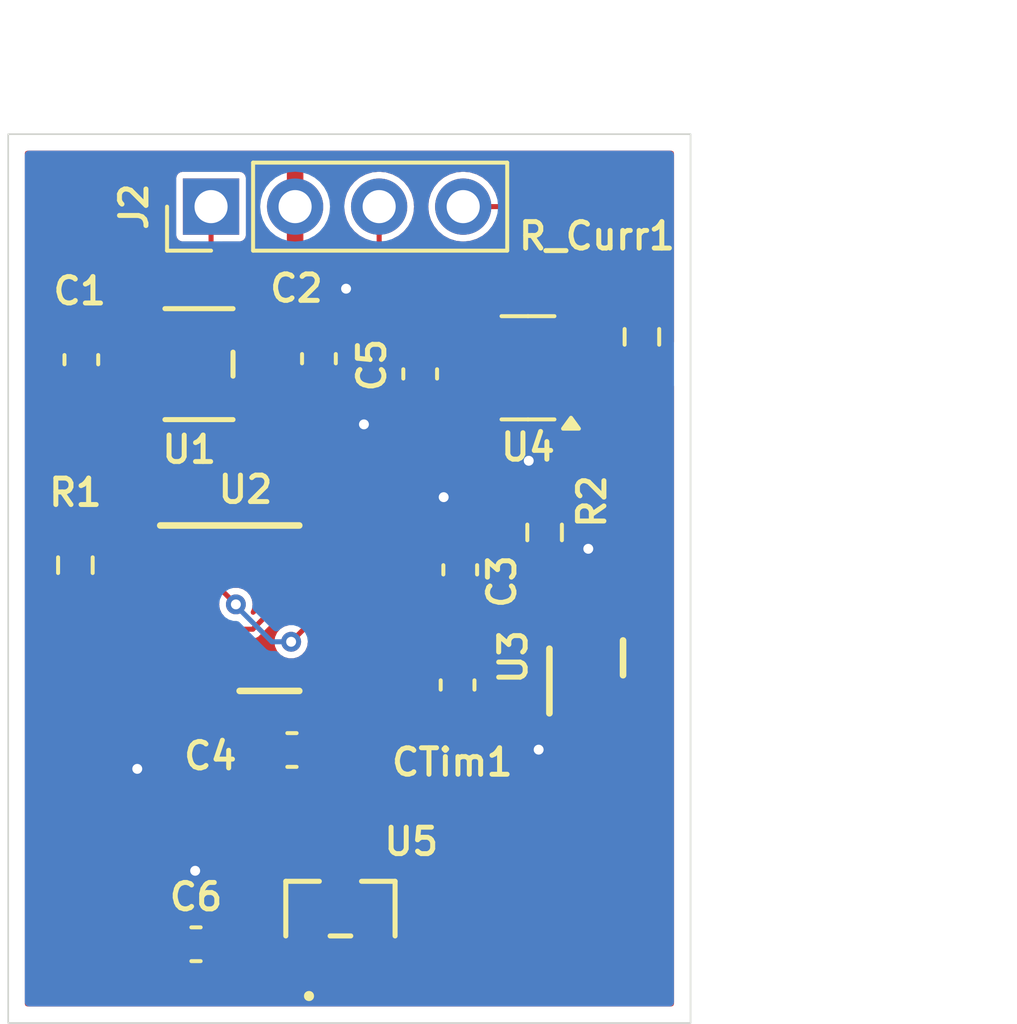
<source format=kicad_pcb>
(kicad_pcb (version 20240108) (generator "pcbnew") (generator_version "8.0")
  (layers (0 "F.Cu" signal) (31 "B.Cu" signal) (34 "B.Paste" user) (35 "F.Paste" user) (36 "B.SilkS" user "B.Silkscreen") (37 "F.SilkS" user "F.Silkscreen") (38 "B.Mask" user) (39 "F.Mask" user) (44 "Edge.Cuts" user))
  (net 0 "")
  (net 1 "GND")
  (net 2 "Vin")
  (net 3 "VDD_3.3V")
  (net 4 "Net-(U2-CONT)")
  (net 5 "Net-(U2-THRES)")
  (net 6 "LED_OUT2")
  (net 7 "LED_OUT1")
  (net 8 "SQ_Pulse")
  (net 11 "Temp_OUT")
  (net 12 "Switch_OUT")
  (footprint "SN74LVC1G3157DCKR:DCK0006A_M" (layer "F.Cu") (at 198.730001 65.895002 90)
    (property "Reference" "U3" (at 0.025002 -2.220001 90) (layer "F.SilkS") (effects (font (size 0.8 0.8))))
    (property "Value" "SN74LVC1G3157DCKR")
    (fp_line (start -1.675 -1.124999) (end 0.275001 -1.124999) (stroke (width 0.2)) (layer "F.SilkS"))
    (fp_line (start -0.525 1.1) (end 0.525 1.1) (stroke (width 0.2)) (layer "F.SilkS"))
    (pad "1" smd rect (at -1.224999 -0.650001 180) (size 0.449999 1.05) (layers "F.Cu" "F.Paste" "F.Mask") (net 3 "VDD_3.3V"))
    (pad "2" smd rect (at -1.224999 0 180) (size 0.449999 1.05) (layers "F.Cu" "F.Paste" "F.Mask") (net 1 "GND"))
    (pad "3" smd rect (at -1.224999 0.649999 180) (size 0.449999 1.05) (layers "F.Cu" "F.Paste" "F.Mask") (net 11 "Temp_OUT"))
    (pad "4" smd rect (at 1.225001 0.649999 180) (size 0.449999 1.05) (layers "F.Cu" "F.Paste" "F.Mask") (net 12 "Switch_OUT"))
    (pad "5" smd rect (at 1.225001 0 180) (size 0.449999 1.05) (layers "F.Cu" "F.Paste" "F.Mask") (net 3 "VDD_3.3V"))
    (pad "6" smd rect (at 1.225001 -0.650001 180) (size 0.449999 1.05) (layers "F.Cu" "F.Paste" "F.Mask") (net 8 "SQ_Pulse"))
  )
  (footprint "Capacitor_SMD:C_0603_1608Metric" (layer "F.Cu") (at 190.64 56.855 -90)
    (property "Reference" "C2" (at -2.125 0.68 180) (layer "F.SilkS") (effects (font (size 0.8 0.8))))
    (property "Value" "1uF")
    (fp_line (start -0.14058 0.51) (end 0.14058 0.51) (stroke (width 0.12)) (layer "F.SilkS"))
    (fp_line (start -0.14058 -0.51) (end 0.14058 -0.51) (stroke (width 0.12)) (layer "F.SilkS"))
    (pad "1" smd roundrect (at -0.775 0 270) (size 0.9 0.95) (layers "F.Cu" "F.Paste" "F.Mask") (net 3 "VDD_3.3V"))
    (pad "2" smd roundrect (at 0.775 0 270) (size 0.9 0.95) (layers "F.Cu" "F.Paste" "F.Mask") (net 1 "GND"))
  )
  (footprint "TMP235:SOT-23_DBZ_TEX-M" (layer "F.Cu") (at 191.29 73.4732)
    (property "Reference" "U5" (at 2.14 -2.0232 0) (layer "F.SilkS") (effects (font (size 0.8 0.8))))
    (property "Value" "TMP235AEDBZRQ1")
    (fp_line (start -1.651 -0.8255) (end -1.651 0.8255) (stroke (width 0.1524)) (layer "F.SilkS"))
    (fp_line (start -0.63754 -0.8255) (end -1.651 -0.8255) (stroke (width 0.1524)) (layer "F.SilkS"))
    (fp_line (start -0.31242 0.8255) (end 0.31242 0.8255) (stroke (width 0.1524)) (layer "F.SilkS"))
    (fp_line (start 1.651 -0.8255) (end 0.63754 -0.8255) (stroke (width 0.1524)) (layer "F.SilkS"))
    (fp_line (start 1.651 0.8255) (end 1.651 -0.8255) (stroke (width 0.1524)) (layer "F.SilkS"))
    (fp_circle (center -0.94996 2.6416) (end -0.87376 2.6416) (stroke (width 0.1524)) (fill none) (layer "F.SilkS"))
    (pad "1" smd rect (at -0.94996 1.0668) (size 0.6096 1.6256) (layers "F.Cu" "F.Paste" "F.Mask") (net 3 "VDD_3.3V"))
    (pad "2" smd rect (at 0.94996 1.0668) (size 0.6096 1.6256) (layers "F.Cu" "F.Paste" "F.Mask") (net 11 "Temp_OUT"))
    (pad "3" smd rect (at 0 -1.0668) (size 0.6096 1.6256) (layers "F.Cu" "F.Paste" "F.Mask") (net 1 "GND"))
  )
  (footprint "Resistor_SMD:R_0603_1608Metric" (layer "F.Cu") (at 183.28 63.095 -90)
    (property "Reference" "R1" (at -2.195 0 180) (layer "F.SilkS") (effects (font (size 0.8 0.8))))
    (property "Value" "R")
    (fp_line (start -0.237258 0.5225) (end 0.237258 0.5225) (stroke (width 0.12)) (layer "F.SilkS"))
    (fp_line (start -0.237258 -0.5225) (end 0.237258 -0.5225) (stroke (width 0.12)) (layer "F.SilkS"))
    (pad "1" smd roundrect (at -0.825 0 270) (size 0.8 0.95) (layers "F.Cu" "F.Paste" "F.Mask") (net 5 "Net-(U2-THRES)"))
    (pad "2" smd roundrect (at 0.825 0 270) (size 0.8 0.95) (layers "F.Cu" "F.Paste" "F.Mask") (net 8 "SQ_Pulse"))
  )
  (footprint "Capacitor_SMD:C_0603_1608Metric" (layer "F.Cu") (at 186.925 74.55)
    (property "Reference" "C6" (at 0 -1.43 0) (layer "F.SilkS") (effects (font (size 0.8 0.8))))
    (property "Value" "C")
    (fp_line (start -0.14058 -0.51) (end 0.14058 -0.51) (stroke (width 0.12)) (layer "F.SilkS"))
    (fp_line (start -0.14058 0.51) (end 0.14058 0.51) (stroke (width 0.12)) (layer "F.SilkS"))
    (pad "1" smd roundrect (at -0.775 0) (size 0.9 0.95) (layers "F.Cu" "F.Paste" "F.Mask") (net 1 "GND"))
    (pad "2" smd roundrect (at 0.775 0) (size 0.9 0.95) (layers "F.Cu" "F.Paste" "F.Mask") (net 3 "VDD_3.3V"))
  )
  (footprint "LMC555:D0008A_M" (layer "F.Cu") (at 189.145001 64.395)
    (property "Reference" "U2" (at -0.725001 -3.585 0) (layer "F.SilkS") (effects (font (size 0.8 0.8))))
    (property "Value" "LMC555")
    (fp_line (start -3.300001 -2.5) (end 0.900001 -2.5) (stroke (width 0.2)) (layer "F.SilkS"))
    (fp_line (start -0.900001 2.5) (end 0.900001 2.5) (stroke (width 0.2)) (layer "F.SilkS"))
    (pad "1" smd oval (at -2.825001 -1.905 90) (size 0.650001 1.649999) (layers "F.Cu" "F.Paste" "F.Mask") (net 1 "GND"))
    (pad "2" smd oval (at -2.825001 -0.635 90) (size 0.650001 1.649999) (layers "F.Cu" "F.Paste" "F.Mask") (net 5 "Net-(U2-THRES)"))
    (pad "3" smd oval (at -2.825001 0.635 90) (size 0.650001 1.649999) (layers "F.Cu" "F.Paste" "F.Mask") (net 8 "SQ_Pulse"))
    (pad "4" smd oval (at -2.825001 1.905 90) (size 0.650001 1.649999) (layers "F.Cu" "F.Paste" "F.Mask") (net 3 "VDD_3.3V"))
    (pad "5" smd oval (at 2.824998 1.905 90) (size 0.650001 1.649999) (layers "F.Cu" "F.Paste" "F.Mask") (net 4 "Net-(U2-CONT)"))
    (pad "6" smd oval (at 2.824998 0.635 90) (size 0.650001 1.649999) (layers "F.Cu" "F.Paste" "F.Mask") (net 5 "Net-(U2-THRES)"))
    (pad "7" smd oval (at 2.824998 -0.635 90) (size 0.650001 1.649999) (layers "F.Cu" "F.Paste" "F.Mask"))
    (pad "8" smd oval (at 2.824998 -1.905 90) (size 0.650001 1.649999) (layers "F.Cu" "F.Paste" "F.Mask") (net 3 "VDD_3.3V"))
  )
  (footprint "Resistor_SMD:R_0603_1608Metric" (layer "F.Cu") (at 200.4 56.195 90)
    (property "Reference" "R_Curr1" (at 3.045 -1.36 0) (layer "F.SilkS") (effects (font (size 0.8 0.8))))
    (property "Value" "R")
    (fp_line (start -0.237258 -0.5225) (end 0.237258 -0.5225) (stroke (width 0.12)) (layer "F.SilkS"))
    (fp_line (start -0.237258 0.5225) (end 0.237258 0.5225) (stroke (width 0.12)) (layer "F.SilkS"))
    (pad "1" smd roundrect (at -0.825 0 90) (size 0.8 0.95) (layers "F.Cu" "F.Paste" "F.Mask") (net 1 "GND"))
    (pad "2" smd roundrect (at 0.825 0 90) (size 0.8 0.95) (layers "F.Cu" "F.Paste" "F.Mask") (net 7 "LED_OUT1"))
  )
  (footprint "Resistor_SMD:R_0603_1608Metric" (layer "F.Cu") (at 197.46 62.105 -90)
    (property "Reference" "R2" (at -0.935 -1.43 90) (layer "F.SilkS") (effects (font (size 0.8 0.8))))
    (property "Value" "R")
    (fp_line (start -0.237258 0.5225) (end 0.237258 0.5225) (stroke (width 0.12)) (layer "F.SilkS"))
    (fp_line (start -0.237258 -0.5225) (end 0.237258 -0.5225) (stroke (width 0.12)) (layer "F.SilkS"))
    (pad "1" smd roundrect (at -0.825 0 270) (size 0.8 0.95) (layers "F.Cu" "F.Paste" "F.Mask") (net 3 "VDD_3.3V"))
    (pad "2" smd roundrect (at 0.825 0 270) (size 0.8 0.95) (layers "F.Cu" "F.Paste" "F.Mask") (net 8 "SQ_Pulse"))
  )
  (footprint "MIC5504:SOT-23-5_MC_MCH" (layer "F.Cu") (at 187.0154 57.020001)
    (property "Reference" "U1" (at -0.2954 2.579999 0) (layer "F.SilkS") (effects (font (size 0.8 0.8))))
    (property "Value" "MIC5504-3.3")
    (fp_line (start -1.0287 1.6764) (end 1.0287 1.6764) (stroke (width 0.1524)) (layer "F.SilkS"))
    (fp_line (start 1.0287 -1.6764) (end -1.0287 -1.6764) (stroke (width 0.1524)) (layer "F.SilkS"))
    (fp_line (start 1.0287 0.363261) (end 1.0287 -0.363261) (stroke (width 0.1524)) (layer "F.SilkS"))
    (pad "1" smd rect (at -1.2954 -0.950001) (size 1.3208 0.508) (layers "F.Cu" "F.Paste" "F.Mask") (net 2 "Vin"))
    (pad "2" smd rect (at -1.2954 0) (size 1.3208 0.508) (layers "F.Cu" "F.Paste" "F.Mask") (net 1 "GND"))
    (pad "3" smd rect (at -1.2954 0.950001) (size 1.3208 0.508) (layers "F.Cu" "F.Paste" "F.Mask") (net 2 "Vin"))
    (pad "4" smd rect (at 1.2954 0.950001) (size 1.3208 0.508) (layers "F.Cu" "F.Paste" "F.Mask"))
    (pad "5" smd rect (at 1.2954 -0.950001) (size 1.3208 0.508) (layers "F.Cu" "F.Paste" "F.Mask") (net 3 "VDD_3.3V"))
  )
  (footprint "Capacitor_SMD:C_0603_1608Metric" (layer "F.Cu") (at 194.83 66.715 90)
    (property "Reference" "CTim1" (at -2.335 -0.16 0) (layer "F.SilkS") (effects (font (size 0.8 0.8))))
    (property "Value" "C")
    (fp_line (start -0.14058 -0.51) (end 0.14058 -0.51) (stroke (width 0.12)) (layer "F.SilkS"))
    (fp_line (start -0.14058 0.51) (end 0.14058 0.51) (stroke (width 0.12)) (layer "F.SilkS"))
    (pad "1" smd roundrect (at -0.775 0 90) (size 0.9 0.95) (layers "F.Cu" "F.Paste" "F.Mask") (net 1 "GND"))
    (pad "2" smd roundrect (at 0.775 0 90) (size 0.9 0.95) (layers "F.Cu" "F.Paste" "F.Mask") (net 5 "Net-(U2-THRES)"))
  )
  (footprint "Capacitor_SMD:C_0603_1608Metric" (layer "F.Cu") (at 193.7 57.315 -90)
    (property "Reference" "C5" (at -0.265 1.46 90) (layer "F.SilkS") (effects (font (size 0.8 0.8))))
    (property "Value" "0.1uF")
    (fp_line (start -0.14058 0.51) (end 0.14058 0.51) (stroke (width 0.12)) (layer "F.SilkS"))
    (fp_line (start -0.14058 -0.51) (end 0.14058 -0.51) (stroke (width 0.12)) (layer "F.SilkS"))
    (pad "1" smd roundrect (at -0.775 0 270) (size 0.9 0.95) (layers "F.Cu" "F.Paste" "F.Mask") (net 1 "GND"))
    (pad "2" smd roundrect (at 0.775 0 270) (size 0.9 0.95) (layers "F.Cu" "F.Paste" "F.Mask") (net 3 "VDD_3.3V"))
  )
  (footprint "Connector_PinHeader_2.54mm:PinHeader_1x04_P2.54mm_Vertical" (layer "F.Cu") (at 187.38 52.26 90)
    (property "Reference" "J2" (at 0 -2.33 -90) (layer "F.SilkS") (effects (font (size 0.8 0.8))))
    (property "Value" "Conn_01x04_Pin")
    (fp_line (start -1.33 -1.33) (end 0 -1.33) (stroke (width 0.12)) (layer "F.SilkS"))
    (fp_line (start -1.33 0) (end -1.33 -1.33) (stroke (width 0.12)) (layer "F.SilkS"))
    (fp_line (start 1.33 1.27) (end 1.33 8.95) (stroke (width 0.12)) (layer "F.SilkS"))
    (fp_line (start -1.33 1.27) (end 1.33 1.27) (stroke (width 0.12)) (layer "F.SilkS"))
    (fp_line (start -1.33 1.27) (end -1.33 8.95) (stroke (width 0.12)) (layer "F.SilkS"))
    (fp_line (start -1.33 8.95) (end 1.33 8.95) (stroke (width 0.12)) (layer "F.SilkS"))
    (pad "1" thru_hole rect (at 0 0 90) (size 1.7 1.7) (drill 1) (layers "*.Cu" "*.Mask") (net 2 "Vin"))
    (pad "2" thru_hole oval (at 0 2.54 90) (size 1.7 1.7) (drill 1) (layers "*.Cu" "*.Mask") (net 1 "GND"))
    (pad "3" thru_hole oval (at 0 5.08 90) (size 1.7 1.7) (drill 1) (layers "*.Cu" "*.Mask") (net 6 "LED_OUT2"))
    (pad "4" thru_hole oval (at 0 7.62 90) (size 1.7 1.7) (drill 1) (layers "*.Cu" "*.Mask") (net 7 "LED_OUT1"))
  )
  (footprint "Package_TO_SOT_SMD:SOT-23-5" (layer "F.Cu") (at 196.9575 57.13 180)
    (property "Reference" "U4" (at 0 -2.4 180) (layer "F.SilkS") (effects (font (size 0.8 0.8))))
    (property "Value" "LM321")
    (fp_line (start 0 1.56) (end 0.8 1.56) (stroke (width 0.12)) (layer "F.SilkS"))
    (fp_line (start 0 1.56) (end -0.8 1.56) (stroke (width 0.12)) (layer "F.SilkS"))
    (fp_line (start 0 -1.56) (end 0.8 -1.56) (stroke (width 0.12)) (layer "F.SilkS"))
    (fp_line (start 0 -1.56) (end -0.8 -1.56) (stroke (width 0.12)) (layer "F.SilkS"))
    (fp_poly (pts (xy -1.3 -1.51) (xy -1.54 -1.84) (xy -1.06 -1.84) (xy -1.3 -1.51)) (stroke (width 0.12)) (fill solid) (layer "F.SilkS"))
    (pad "1" smd roundrect (at -1.1375 -0.95 180) (size 1.325 0.6) (layers "F.Cu" "F.Paste" "F.Mask") (net 12 "Switch_OUT"))
    (pad "2" smd roundrect (at -1.1375 0 180) (size 1.325 0.6) (layers "F.Cu" "F.Paste" "F.Mask") (net 1 "GND"))
    (pad "3" smd roundrect (at -1.1375 0.95 180) (size 1.325 0.6) (layers "F.Cu" "F.Paste" "F.Mask") (net 7 "LED_OUT1"))
    (pad "4" smd roundrect (at 1.1375 0.95 180) (size 1.325 0.6) (layers "F.Cu" "F.Paste" "F.Mask") (net 6 "LED_OUT2"))
    (pad "5" smd roundrect (at 1.1375 -0.95 180) (size 1.325 0.6) (layers "F.Cu" "F.Paste" "F.Mask") (net 3 "VDD_3.3V"))
  )
  (footprint "Capacitor_SMD:C_0603_1608Metric" (layer "F.Cu") (at 194.91 63.235 -90)
    (property "Reference" "C3" (at 0.355 -1.26 90) (layer "F.SilkS") (effects (font (size 0.8 0.8))))
    (property "Value" "0.1uF")
    (fp_line (start -0.14058 0.51) (end 0.14058 0.51) (stroke (width 0.12)) (layer "F.SilkS"))
    (fp_line (start -0.14058 -0.51) (end 0.14058 -0.51) (stroke (width 0.12)) (layer "F.SilkS"))
    (pad "1" smd roundrect (at -0.775 0 270) (size 0.9 0.95) (layers "F.Cu" "F.Paste" "F.Mask") (net 3 "VDD_3.3V"))
    (pad "2" smd roundrect (at 0.775 0 270) (size 0.9 0.95) (layers "F.Cu" "F.Paste" "F.Mask") (net 1 "GND"))
  )
  (footprint "Capacitor_SMD:C_0603_1608Metric" (layer "F.Cu") (at 189.825 68.68)
    (property "Reference" "C4" (at -2.465 0.18 0) (layer "F.SilkS") (effects (font (size 0.8 0.8))))
    (property "Value" "C")
    (fp_line (start -0.14058 -0.51) (end 0.14058 -0.51) (stroke (width 0.12)) (layer "F.SilkS"))
    (fp_line (start -0.14058 0.51) (end 0.14058 0.51) (stroke (width 0.12)) (layer "F.SilkS"))
    (pad "1" smd roundrect (at -0.775 0) (size 0.9 0.95) (layers "F.Cu" "F.Paste" "F.Mask") (net 1 "GND"))
    (pad "2" smd roundrect (at 0.775 0) (size 0.9 0.95) (layers "F.Cu" "F.Paste" "F.Mask") (net 4 "Net-(U2-CONT)"))
  )
  (footprint "Capacitor_SMD:C_0603_1608Metric" (layer "F.Cu") (at 183.46 56.885 -90)
    (property "Reference" "C1" (at -2.075 0.05 180) (layer "F.SilkS") (effects (font (size 0.8 0.8))))
    (property "Value" "1uF")
    (fp_line (start -0.14058 0.51) (end 0.14058 0.51) (stroke (width 0.12)) (layer "F.SilkS"))
    (fp_line (start -0.14058 -0.51) (end 0.14058 -0.51) (stroke (width 0.12)) (layer "F.SilkS"))
    (pad "1" smd roundrect (at -0.775 0 270) (size 0.9 0.95) (layers "F.Cu" "F.Paste" "F.Mask") (net 2 "Vin"))
    (pad "2" smd roundrect (at 0.775 0 270) (size 0.9 0.95) (layers "F.Cu" "F.Paste" "F.Mask") (net 1 "GND"))
  )
  (gr_rect (start 181.25 50.07) (end 201.87 76.93) (stroke (width 0.05)) (fill none) (layer "Edge.Cuts"))
  (segment (start 183.46 57.66) (end 184.04 57.66) (width 0.1524) (layer "F.Cu") (net 1))
  (segment (start 184.04 57.66) (end 184.679999 57.020001) (width 0.1524) (layer "F.Cu") (net 1))
  (segment (start 184.679999 57.020001) (end 185.72 57.020001) (width 0.1524) (layer "F.Cu") (net 1))
  (segment (start 185.72 56.07) (end 185.62 56.07) (width 0.1524) (layer "F.Cu") (net 2))
  (segment (start 182.93 59.44) (end 182.22 58.73) (width 0.1524) (layer "F.Cu") (net 2))
  (segment (start 185.72 57.970002) (end 185.72 58.56) (width 0.1524) (layer "F.Cu") (net 2))
  (segment (start 184.84 59.44) (end 182.93 59.44) (width 0.1524) (layer "F.Cu") (net 2))
  (segment (start 185.72 56.07) (end 185.72 55.46) (width 0.1524) (layer "F.Cu") (net 2))
  (segment (start 182.59 56.11) (end 183.46 56.11) (width 0.1524) (layer "F.Cu") (net 2))
  (segment (start 182.22 58.73) (end 182.22 56.48) (width 0.1524) (layer "F.Cu") (net 2))
  (segment (start 185.62 56.07) (end 185.61 56.08) (width 0.1524) (layer "F.Cu") (net 2))
  (segment (start 185.72 58.56) (end 184.84 59.44) (width 0.1524) (layer "F.Cu") (net 2))
  (segment (start 186.319198 55.91) (end 186.3292 55.899998) (width 0.1524) (layer "F.Cu") (net 2))
  (segment (start 185.72 55.46) (end 187.38 53.8) (width 0.1524) (layer "F.Cu") (net 2))
  (segment (start 183.5 56.07) (end 183.46 56.11) (width 0.1524) (layer "F.Cu") (net 2))
  (segment (start 185.72 56.07) (end 183.5 56.07) (width 0.1524) (layer "F.Cu") (net 2))
  (segment (start 182.22 56.48) (end 182.59 56.11) (width 0.1524) (layer "F.Cu") (net 2))
  (segment (start 187.38 53.8) (end 187.38 52.26) (width 0.1524) (layer "F.Cu") (net 2))
  (segment (start 197.46 61.28) (end 197.46 60.42) (width 0.1524) (layer "F.Cu") (net 3))
  (segment (start 186.32 68.08) (end 185.15 69.25) (width 0.1524) (layer "F.Cu") (net 3))
  (segment (start 188.3108 56.07) (end 190.63 56.07) (width 0.1524) (layer "F.Cu") (net 3))
  (segment (start 193.7 58.09) (end 192.75 58.09) (width 0.1524) (layer "F.Cu") (net 3))
  (segment (start 186.9 72.33) (end 187.7 73.13) (width 0.1524) (layer "F.Cu") (net 3))
  (segment (start 192.75 58.09) (end 192 58.84) (width 0.1524) (layer "F.Cu") (net 3))
  (segment (start 198.08 67.87) (end 198.08 67.020001) (width 0.1524) (layer "F.Cu") (net 3))
  (segment (start 190.64 55.56) (end 191.46 54.74) (width 0.1524) (layer "F.Cu") (net 3))
  (segment (start 195.82 58.08) (end 193.71 58.08) (width 0.1524) (layer "F.Cu") (net 3))
  (segment (start 186.29 66.33) (end 186.32 66.3) (width 0.1524) (layer "F.Cu") (net 3))
  (segment (start 191.999999 62.46) (end 191.969999 62.49) (width 0.1524) (layer "F.Cu") (net 3))
  (segment (start 194.91 61.54) (end 194.41 61.04) (width 0.1524) (layer "F.Cu") (net 3))
  (segment (start 195.82 58.08) (end 195.74 58.08) (width 0.1524) (layer "F.Cu") (net 3))
  (segment (start 187.71 74.54) (end 187.7 74.55) (width 0.1524) (layer "F.Cu") (net 3))
  (segment (start 195.74 58.08) (end 195.51 57.85) (width 0.1524) (layer "F.Cu") (net 3))
  (segment (start 192.019999 62.44) (end 191.969999 62.49) (width 0.1524) (layer "F.Cu") (net 3))
  (segment (start 190.34004 74.54) (end 187.71 74.54) (width 0.1524) (layer "F.Cu") (net 3))
  (segment (start 197.28 68.67) (end 198.08 67.87) (width 0.1524) (layer "F.Cu") (net 3))
  (segment (start 198.730001 64.77) (end 198.730001 62.649999) (width 0.1524) (layer "F.Cu") (net 3))
  (segment (start 194.91 62.46) (end 191.999999 62.46) (width 0.1524) (layer "F.Cu") (net 3))
  (segment (start 186.32 66.3) (end 186.32 68.08) (width 0.1524) (layer "F.Cu") (net 3))
  (segment (start 198.730001 62.649999) (end 198.78 62.6) (width 0.1524) (layer "F.Cu") (net 3))
  (segment (start 197.46 60.42) (end 196.98 59.94) (width 0.1524) (layer "F.Cu") (net 3))
  (segment (start 190.63 56.07) (end 190.64 56.08) (width 0.1524) (layer "F.Cu") (net 3))
  (segment (start 193.71 58.08) (end 193.7 58.09) (width 0.1524) (layer "F.Cu") (net 3))
  (segment (start 187.7 73.13) (end 187.7 74.55) (width 0.1524) (layer "F.Cu") (net 3))
  (segment (start 194.91 62.46) (end 194.91 61.54) (width 0.1524) (layer "F.Cu") (net 3))
  (segment (start 190.64 56.08) (end 190.64 55.56) (width 0.1524) (layer "F.Cu") (net 3))
  (via (at 197.28 68.67) (size 0.6) (drill 0.3) (layers "F.Cu" "B.Cu") (net 3))
  (via (at 185.15 69.25) (size 0.6) (drill 0.3) (layers "F.Cu" "B.Cu") (net 3))
  (via (at 196.98 59.94) (size 0.6) (drill 0.3) (layers "F.Cu" "B.Cu") (net 3))
  (via (at 194.41 61.04) (size 0.6) (drill 0.3) (layers "F.Cu" "B.Cu") (net 3))
  (via (at 198.78 62.6) (size 0.6) (drill 0.3) (layers "F.Cu" "B.Cu") (net 3))
  (via (at 186.9 72.33) (size 0.6) (drill 0.3) (layers "F.Cu" "B.Cu") (net 3))
  (via (at 192 58.84) (size 0.6) (drill 0.3) (layers "F.Cu" "B.Cu") (net 3))
  (via (at 191.46 54.74) (size 0.6) (drill 0.3) (layers "F.Cu" "B.Cu") (net 3))
  (segment (start 190.6 68.68) (end 191.28 68.68) (width 0.1524) (layer "F.Cu") (net 4))
  (segment (start 191.28 68.68) (end 191.969999 67.990001) (width 0.1524) (layer "F.Cu") (net 4))
  (segment (start 191.969999 67.990001) (end 191.969999 66.3) (width 0.1524) (layer "F.Cu") (net 4))
  (segment (start 185.54 63.76) (end 186.32 63.76) (width 0.1524) (layer "F.Cu") (net 5))
  (segment (start 194.02 65.94) (end 193.11 65.03) (width 0.1524) (layer "F.Cu") (net 5))
  (segment (start 193.11 65.03) (end 191.969999 65.03) (width 0.1524) (layer "F.Cu") (net 5))
  (segment (start 187.61 63.76) (end 186.32 63.76) (width 0.1524) (layer "F.Cu") (net 5))
  (segment (start 188.13 64.28) (end 187.61 63.76) (width 0.1524) (layer "F.Cu") (net 5))
  (segment (start 194.83 65.94) (end 194.02 65.94) (width 0.1524) (layer "F.Cu") (net 5))
  (segment (start 191.969999 65.03) (end 190.18 65.03) (width 0.1524) (layer "F.Cu") (net 5))
  (segment (start 184.05 62.27) (end 185.54 63.76) (width 0.1524) (layer "F.Cu") (net 5))
  (segment (start 190.18 65.03) (end 189.8 65.41) (width 0.1524) (layer "F.Cu") (net 5))
  (segment (start 183.28 62.27) (end 184.05 62.27) (width 0.1524) (layer "F.Cu") (net 5))
  (via (at 188.13 64.28) (size 0.6) (drill 0.3) (layers "F.Cu" "B.Cu") (net 5))
  (via (at 189.8 65.41) (size 0.6) (drill 0.3) (layers "F.Cu" "B.Cu") (net 5))
  (segment (start 188.13 64.32) (end 189.22 65.41) (width 0.1524) (layer "B.Cu") (net 5))
  (segment (start 188.13 64.28) (end 188.13 64.32) (width 0.1524) (layer "B.Cu") (net 5))
  (segment (start 189.22 65.41) (end 189.8 65.41) (width 0.1524) (layer "B.Cu") (net 5))
  (segment (start 194.71 54.25) (end 193.38 54.25) (width 0.1524) (layer "F.Cu") (net 6))
  (segment (start 195.82 55.36) (end 194.71 54.25) (width 0.1524) (layer "F.Cu") (net 6))
  (segment (start 195.82 56.18) (end 195.82 55.36) (width 0.1524) (layer "F.Cu") (net 6))
  (segment (start 192.46 53.33) (end 192.46 52.26) (width 0.1524) (layer "F.Cu") (net 6))
  (segment (start 192.79 52.26) (end 192.46 52.26) (width 0.1524) (layer "F.Cu") (net 6))
  (segment (start 193.38 54.25) (end 192.46 53.33) (width 0.1524) (layer "F.Cu") (net 6))
  (segment (start 198.095 56.18) (end 199.05 56.18) (width 0.1524) (layer "F.Cu") (net 7))
  (segment (start 199.05 56.18) (end 199.86 55.37) (width 0.1524) (layer "F.Cu") (net 7))
  (segment (start 200.4 54.14) (end 198.52 52.26) (width 0.1524) (layer "F.Cu") (net 7))
  (segment (start 200.4 55.37) (end 200.4 54.14) (width 0.1524) (layer "F.Cu") (net 7))
  (segment (start 198.52 52.26) (end 195 52.26) (width 0.1524) (layer "F.Cu") (net 7))
  (segment (start 199.86 55.37) (end 200.4 55.37) (width 0.1524) (layer "F.Cu") (net 7))
  (segment (start 185.05 65.03) (end 183.94 63.92) (width 0.1524) (layer "F.Cu") (net 8))
  (segment (start 190.94 60.09) (end 189.49 61.54) (width 0.1524) (layer "F.Cu") (net 8))
  (segment (start 189.49 64.18) (end 188.64 65.03) (width 0.1524) (layer "F.Cu") (net 8))
  (segment (start 197.46 62.93) (end 196.68 62.93) (width 0.1524) (layer "F.Cu") (net 8))
  (segment (start 196.68 62.93) (end 196.1 62.35) (width 0.1524) (layer "F.Cu") (net 8))
  (segment (start 196.1 62.35) (end 196.1 60.89) (width 0.1524) (layer "F.Cu") (net 8))
  (segment (start 188.64 65.03) (end 186.32 65.03) (width 0.1524) (layer "F.Cu") (net 8))
  (segment (start 183.94 63.92) (end 183.28 63.92) (width 0.1524) (layer "F.Cu") (net 8))
  (segment (start 198.08 64.77) (end 198.08 64.28) (width 0.1524) (layer "F.Cu") (net 8))
  (segment (start 196.1 60.89) (end 195.3 60.09) (width 0.1524) (layer "F.Cu") (net 8))
  (segment (start 195.3 60.09) (end 190.94 60.09) (width 0.1524) (layer "F.Cu") (net 8))
  (segment (start 186.32 65.03) (end 185.05 65.03) (width 0.1524) (layer "F.Cu") (net 8))
  (segment (start 198.08 64.28) (end 197.46 63.66) (width 0.1524) (layer "F.Cu") (net 8))
  (segment (start 197.46 63.66) (end 197.46 62.93) (width 0.1524) (layer "F.Cu") (net 8))
  (segment (start 189.49 61.54) (end 189.49 64.18) (width 0.1524) (layer "F.Cu") (net 8))
  (segment (start 199.38 72.63) (end 199.38 67.020001) (width 0.1524) (layer "F.Cu") (net 11))
  (segment (start 192.23996 74.54) (end 197.47 74.54) (width 0.1524) (layer "F.Cu") (net 11))
  (segment (start 197.47 74.54) (end 199.38 72.63) (width 0.1524) (layer "F.Cu") (net 11))
  (segment (start 199.38 63.96) (end 200.33 63.01) (width 0.1524) (layer "F.Cu") (net 12))
  (segment (start 200.33 63.01) (end 200.33 58.76) (width 0.1524) (layer "F.Cu") (net 12))
  (segment (start 200.33 58.76) (end 199.65 58.08) (width 0.1524) (layer "F.Cu") (net 12))
  (segment (start 199.65 58.08) (end 198.095 58.08) (width 0.1524) (layer "F.Cu") (net 12))
  (segment (start 199.38 64.77) (end 199.38 63.96) (width 0.1524) (layer "F.Cu") (net 12))
  (zone (net 1) (net_name "GND") (layer "F.Cu") (connect_pads (clearance 0.15)) (min_thickness 0.15) (fill yes (thermal_gap 0.5) (thermal_bridge_width 0.5))
    (polygon (pts (xy 181.31 50.15) (xy 201.78 50.11) (xy 201.75 76.82) (xy 181.34 76.86) (xy 181.3 50.32)))
  )
  (zone (net 3) (net_name "VDD_3.3V") (layer "B.Cu") (priority 1) (connect_pads (clearance 0.15)) (min_thickness 0.25) (fill yes (thermal_gap 0.5) (thermal_bridge_width 0.5))
    (polygon (pts (xy 181.66 50.09) (xy 201.78 50.11) (xy 201.77 76.83) (xy 181.36 76.84)))
  )
)
</source>
